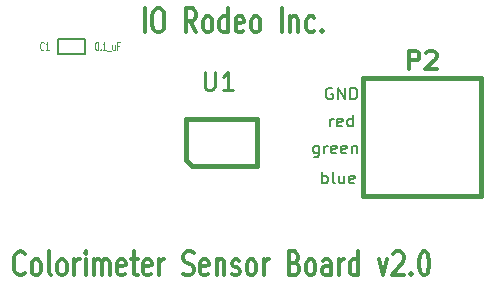
<source format=gto>
G04 (created by PCBNEW-RS274X (2011-07-19)-testing) date Fri 10 Feb 2012 12:48:48 PM PST*
G01*
G70*
G90*
%MOIN*%
G04 Gerber Fmt 3.4, Leading zero omitted, Abs format*
%FSLAX34Y34*%
G04 APERTURE LIST*
%ADD10C,0.006000*%
%ADD11C,0.007900*%
%ADD12C,0.012000*%
%ADD13C,0.015000*%
%ADD14C,0.005000*%
%ADD15C,0.009800*%
%ADD16C,0.004500*%
G04 APERTURE END LIST*
G54D10*
G54D11*
X62366Y-26359D02*
X62366Y-25965D01*
X62366Y-26116D02*
X62403Y-26097D01*
X62478Y-26097D01*
X62516Y-26116D01*
X62535Y-26134D01*
X62553Y-26172D01*
X62553Y-26284D01*
X62535Y-26322D01*
X62516Y-26341D01*
X62478Y-26359D01*
X62403Y-26359D01*
X62366Y-26341D01*
X62778Y-26359D02*
X62741Y-26341D01*
X62722Y-26303D01*
X62722Y-25965D01*
X63097Y-26097D02*
X63097Y-26359D01*
X62928Y-26097D02*
X62928Y-26303D01*
X62947Y-26341D01*
X62984Y-26359D01*
X63040Y-26359D01*
X63078Y-26341D01*
X63097Y-26322D01*
X63434Y-26341D02*
X63396Y-26359D01*
X63321Y-26359D01*
X63284Y-26341D01*
X63265Y-26303D01*
X63265Y-26153D01*
X63284Y-26116D01*
X63321Y-26097D01*
X63396Y-26097D01*
X63434Y-26116D01*
X63453Y-26153D01*
X63453Y-26191D01*
X63265Y-26228D01*
X62247Y-25097D02*
X62247Y-25416D01*
X62228Y-25453D01*
X62209Y-25472D01*
X62172Y-25491D01*
X62115Y-25491D01*
X62078Y-25472D01*
X62247Y-25341D02*
X62209Y-25359D01*
X62134Y-25359D01*
X62097Y-25341D01*
X62078Y-25322D01*
X62059Y-25284D01*
X62059Y-25172D01*
X62078Y-25134D01*
X62097Y-25116D01*
X62134Y-25097D01*
X62209Y-25097D01*
X62247Y-25116D01*
X62434Y-25359D02*
X62434Y-25097D01*
X62434Y-25172D02*
X62453Y-25134D01*
X62471Y-25116D01*
X62509Y-25097D01*
X62546Y-25097D01*
X62828Y-25341D02*
X62790Y-25359D01*
X62715Y-25359D01*
X62678Y-25341D01*
X62659Y-25303D01*
X62659Y-25153D01*
X62678Y-25116D01*
X62715Y-25097D01*
X62790Y-25097D01*
X62828Y-25116D01*
X62847Y-25153D01*
X62847Y-25191D01*
X62659Y-25228D01*
X63166Y-25341D02*
X63128Y-25359D01*
X63053Y-25359D01*
X63016Y-25341D01*
X62997Y-25303D01*
X62997Y-25153D01*
X63016Y-25116D01*
X63053Y-25097D01*
X63128Y-25097D01*
X63166Y-25116D01*
X63185Y-25153D01*
X63185Y-25191D01*
X62997Y-25228D01*
X63354Y-25097D02*
X63354Y-25359D01*
X63354Y-25134D02*
X63373Y-25116D01*
X63410Y-25097D01*
X63466Y-25097D01*
X63504Y-25116D01*
X63523Y-25153D01*
X63523Y-25359D01*
X62625Y-24459D02*
X62625Y-24197D01*
X62625Y-24272D02*
X62644Y-24234D01*
X62662Y-24216D01*
X62700Y-24197D01*
X62737Y-24197D01*
X63019Y-24441D02*
X62981Y-24459D01*
X62906Y-24459D01*
X62869Y-24441D01*
X62850Y-24403D01*
X62850Y-24253D01*
X62869Y-24216D01*
X62906Y-24197D01*
X62981Y-24197D01*
X63019Y-24216D01*
X63038Y-24253D01*
X63038Y-24291D01*
X62850Y-24328D01*
X63376Y-24459D02*
X63376Y-24065D01*
X63376Y-24441D02*
X63338Y-24459D01*
X63263Y-24459D01*
X63226Y-24441D01*
X63207Y-24422D01*
X63188Y-24384D01*
X63188Y-24272D01*
X63207Y-24234D01*
X63226Y-24216D01*
X63263Y-24197D01*
X63338Y-24197D01*
X63376Y-24216D01*
X62700Y-23184D02*
X62663Y-23165D01*
X62606Y-23165D01*
X62550Y-23184D01*
X62513Y-23222D01*
X62494Y-23259D01*
X62475Y-23334D01*
X62475Y-23391D01*
X62494Y-23466D01*
X62513Y-23503D01*
X62550Y-23541D01*
X62606Y-23559D01*
X62644Y-23559D01*
X62700Y-23541D01*
X62719Y-23522D01*
X62719Y-23391D01*
X62644Y-23391D01*
X62888Y-23559D02*
X62888Y-23165D01*
X63113Y-23559D01*
X63113Y-23165D01*
X63301Y-23559D02*
X63301Y-23165D01*
X63395Y-23165D01*
X63451Y-23184D01*
X63488Y-23222D01*
X63507Y-23259D01*
X63526Y-23334D01*
X63526Y-23391D01*
X63507Y-23466D01*
X63488Y-23503D01*
X63451Y-23541D01*
X63395Y-23559D01*
X63301Y-23559D01*
G54D12*
X56443Y-21324D02*
X56443Y-20524D01*
X56843Y-20524D02*
X56957Y-20524D01*
X57015Y-20562D01*
X57072Y-20638D01*
X57100Y-20790D01*
X57100Y-21057D01*
X57072Y-21210D01*
X57015Y-21286D01*
X56957Y-21324D01*
X56843Y-21324D01*
X56786Y-21286D01*
X56729Y-21210D01*
X56700Y-21057D01*
X56700Y-20790D01*
X56729Y-20638D01*
X56786Y-20562D01*
X56843Y-20524D01*
X58158Y-21324D02*
X57958Y-20943D01*
X57815Y-21324D02*
X57815Y-20524D01*
X58043Y-20524D01*
X58101Y-20562D01*
X58129Y-20600D01*
X58158Y-20676D01*
X58158Y-20790D01*
X58129Y-20867D01*
X58101Y-20905D01*
X58043Y-20943D01*
X57815Y-20943D01*
X58501Y-21324D02*
X58443Y-21286D01*
X58415Y-21248D01*
X58386Y-21171D01*
X58386Y-20943D01*
X58415Y-20867D01*
X58443Y-20829D01*
X58501Y-20790D01*
X58586Y-20790D01*
X58643Y-20829D01*
X58672Y-20867D01*
X58701Y-20943D01*
X58701Y-21171D01*
X58672Y-21248D01*
X58643Y-21286D01*
X58586Y-21324D01*
X58501Y-21324D01*
X59215Y-21324D02*
X59215Y-20524D01*
X59215Y-21286D02*
X59158Y-21324D01*
X59044Y-21324D01*
X58986Y-21286D01*
X58958Y-21248D01*
X58929Y-21171D01*
X58929Y-20943D01*
X58958Y-20867D01*
X58986Y-20829D01*
X59044Y-20790D01*
X59158Y-20790D01*
X59215Y-20829D01*
X59729Y-21286D02*
X59672Y-21324D01*
X59558Y-21324D01*
X59501Y-21286D01*
X59472Y-21210D01*
X59472Y-20905D01*
X59501Y-20829D01*
X59558Y-20790D01*
X59672Y-20790D01*
X59729Y-20829D01*
X59758Y-20905D01*
X59758Y-20981D01*
X59472Y-21057D01*
X60101Y-21324D02*
X60043Y-21286D01*
X60015Y-21248D01*
X59986Y-21171D01*
X59986Y-20943D01*
X60015Y-20867D01*
X60043Y-20829D01*
X60101Y-20790D01*
X60186Y-20790D01*
X60243Y-20829D01*
X60272Y-20867D01*
X60301Y-20943D01*
X60301Y-21171D01*
X60272Y-21248D01*
X60243Y-21286D01*
X60186Y-21324D01*
X60101Y-21324D01*
X61015Y-21324D02*
X61015Y-20524D01*
X61301Y-20790D02*
X61301Y-21324D01*
X61301Y-20867D02*
X61329Y-20829D01*
X61387Y-20790D01*
X61472Y-20790D01*
X61529Y-20829D01*
X61558Y-20905D01*
X61558Y-21324D01*
X62101Y-21286D02*
X62044Y-21324D01*
X61930Y-21324D01*
X61872Y-21286D01*
X61844Y-21248D01*
X61815Y-21171D01*
X61815Y-20943D01*
X61844Y-20867D01*
X61872Y-20829D01*
X61930Y-20790D01*
X62044Y-20790D01*
X62101Y-20829D01*
X62358Y-21248D02*
X62386Y-21286D01*
X62358Y-21324D01*
X62329Y-21286D01*
X62358Y-21248D01*
X62358Y-21324D01*
X52445Y-29348D02*
X52416Y-29386D01*
X52330Y-29424D01*
X52273Y-29424D01*
X52188Y-29386D01*
X52130Y-29310D01*
X52102Y-29233D01*
X52073Y-29081D01*
X52073Y-28967D01*
X52102Y-28814D01*
X52130Y-28738D01*
X52188Y-28662D01*
X52273Y-28624D01*
X52330Y-28624D01*
X52416Y-28662D01*
X52445Y-28700D01*
X52788Y-29424D02*
X52730Y-29386D01*
X52702Y-29348D01*
X52673Y-29271D01*
X52673Y-29043D01*
X52702Y-28967D01*
X52730Y-28929D01*
X52788Y-28890D01*
X52873Y-28890D01*
X52930Y-28929D01*
X52959Y-28967D01*
X52988Y-29043D01*
X52988Y-29271D01*
X52959Y-29348D01*
X52930Y-29386D01*
X52873Y-29424D01*
X52788Y-29424D01*
X53331Y-29424D02*
X53273Y-29386D01*
X53245Y-29310D01*
X53245Y-28624D01*
X53645Y-29424D02*
X53587Y-29386D01*
X53559Y-29348D01*
X53530Y-29271D01*
X53530Y-29043D01*
X53559Y-28967D01*
X53587Y-28929D01*
X53645Y-28890D01*
X53730Y-28890D01*
X53787Y-28929D01*
X53816Y-28967D01*
X53845Y-29043D01*
X53845Y-29271D01*
X53816Y-29348D01*
X53787Y-29386D01*
X53730Y-29424D01*
X53645Y-29424D01*
X54102Y-29424D02*
X54102Y-28890D01*
X54102Y-29043D02*
X54130Y-28967D01*
X54159Y-28929D01*
X54216Y-28890D01*
X54273Y-28890D01*
X54473Y-29424D02*
X54473Y-28890D01*
X54473Y-28624D02*
X54444Y-28662D01*
X54473Y-28700D01*
X54501Y-28662D01*
X54473Y-28624D01*
X54473Y-28700D01*
X54759Y-29424D02*
X54759Y-28890D01*
X54759Y-28967D02*
X54787Y-28929D01*
X54845Y-28890D01*
X54930Y-28890D01*
X54987Y-28929D01*
X55016Y-29005D01*
X55016Y-29424D01*
X55016Y-29005D02*
X55045Y-28929D01*
X55102Y-28890D01*
X55187Y-28890D01*
X55245Y-28929D01*
X55273Y-29005D01*
X55273Y-29424D01*
X55787Y-29386D02*
X55730Y-29424D01*
X55616Y-29424D01*
X55559Y-29386D01*
X55530Y-29310D01*
X55530Y-29005D01*
X55559Y-28929D01*
X55616Y-28890D01*
X55730Y-28890D01*
X55787Y-28929D01*
X55816Y-29005D01*
X55816Y-29081D01*
X55530Y-29157D01*
X55987Y-28890D02*
X56216Y-28890D01*
X56073Y-28624D02*
X56073Y-29310D01*
X56101Y-29386D01*
X56159Y-29424D01*
X56216Y-29424D01*
X56644Y-29386D02*
X56587Y-29424D01*
X56473Y-29424D01*
X56416Y-29386D01*
X56387Y-29310D01*
X56387Y-29005D01*
X56416Y-28929D01*
X56473Y-28890D01*
X56587Y-28890D01*
X56644Y-28929D01*
X56673Y-29005D01*
X56673Y-29081D01*
X56387Y-29157D01*
X56930Y-29424D02*
X56930Y-28890D01*
X56930Y-29043D02*
X56958Y-28967D01*
X56987Y-28929D01*
X57044Y-28890D01*
X57101Y-28890D01*
X57729Y-29386D02*
X57815Y-29424D01*
X57958Y-29424D01*
X58015Y-29386D01*
X58044Y-29348D01*
X58072Y-29271D01*
X58072Y-29195D01*
X58044Y-29119D01*
X58015Y-29081D01*
X57958Y-29043D01*
X57844Y-29005D01*
X57786Y-28967D01*
X57758Y-28929D01*
X57729Y-28852D01*
X57729Y-28776D01*
X57758Y-28700D01*
X57786Y-28662D01*
X57844Y-28624D01*
X57986Y-28624D01*
X58072Y-28662D01*
X58557Y-29386D02*
X58500Y-29424D01*
X58386Y-29424D01*
X58329Y-29386D01*
X58300Y-29310D01*
X58300Y-29005D01*
X58329Y-28929D01*
X58386Y-28890D01*
X58500Y-28890D01*
X58557Y-28929D01*
X58586Y-29005D01*
X58586Y-29081D01*
X58300Y-29157D01*
X58843Y-28890D02*
X58843Y-29424D01*
X58843Y-28967D02*
X58871Y-28929D01*
X58929Y-28890D01*
X59014Y-28890D01*
X59071Y-28929D01*
X59100Y-29005D01*
X59100Y-29424D01*
X59357Y-29386D02*
X59414Y-29424D01*
X59529Y-29424D01*
X59586Y-29386D01*
X59614Y-29310D01*
X59614Y-29271D01*
X59586Y-29195D01*
X59529Y-29157D01*
X59443Y-29157D01*
X59386Y-29119D01*
X59357Y-29043D01*
X59357Y-29005D01*
X59386Y-28929D01*
X59443Y-28890D01*
X59529Y-28890D01*
X59586Y-28929D01*
X59958Y-29424D02*
X59900Y-29386D01*
X59872Y-29348D01*
X59843Y-29271D01*
X59843Y-29043D01*
X59872Y-28967D01*
X59900Y-28929D01*
X59958Y-28890D01*
X60043Y-28890D01*
X60100Y-28929D01*
X60129Y-28967D01*
X60158Y-29043D01*
X60158Y-29271D01*
X60129Y-29348D01*
X60100Y-29386D01*
X60043Y-29424D01*
X59958Y-29424D01*
X60415Y-29424D02*
X60415Y-28890D01*
X60415Y-29043D02*
X60443Y-28967D01*
X60472Y-28929D01*
X60529Y-28890D01*
X60586Y-28890D01*
X61443Y-29005D02*
X61529Y-29043D01*
X61557Y-29081D01*
X61586Y-29157D01*
X61586Y-29271D01*
X61557Y-29348D01*
X61529Y-29386D01*
X61471Y-29424D01*
X61243Y-29424D01*
X61243Y-28624D01*
X61443Y-28624D01*
X61500Y-28662D01*
X61529Y-28700D01*
X61557Y-28776D01*
X61557Y-28852D01*
X61529Y-28929D01*
X61500Y-28967D01*
X61443Y-29005D01*
X61243Y-29005D01*
X61929Y-29424D02*
X61871Y-29386D01*
X61843Y-29348D01*
X61814Y-29271D01*
X61814Y-29043D01*
X61843Y-28967D01*
X61871Y-28929D01*
X61929Y-28890D01*
X62014Y-28890D01*
X62071Y-28929D01*
X62100Y-28967D01*
X62129Y-29043D01*
X62129Y-29271D01*
X62100Y-29348D01*
X62071Y-29386D01*
X62014Y-29424D01*
X61929Y-29424D01*
X62643Y-29424D02*
X62643Y-29005D01*
X62614Y-28929D01*
X62557Y-28890D01*
X62443Y-28890D01*
X62386Y-28929D01*
X62643Y-29386D02*
X62586Y-29424D01*
X62443Y-29424D01*
X62386Y-29386D01*
X62357Y-29310D01*
X62357Y-29233D01*
X62386Y-29157D01*
X62443Y-29119D01*
X62586Y-29119D01*
X62643Y-29081D01*
X62929Y-29424D02*
X62929Y-28890D01*
X62929Y-29043D02*
X62957Y-28967D01*
X62986Y-28929D01*
X63043Y-28890D01*
X63100Y-28890D01*
X63557Y-29424D02*
X63557Y-28624D01*
X63557Y-29386D02*
X63500Y-29424D01*
X63386Y-29424D01*
X63328Y-29386D01*
X63300Y-29348D01*
X63271Y-29271D01*
X63271Y-29043D01*
X63300Y-28967D01*
X63328Y-28929D01*
X63386Y-28890D01*
X63500Y-28890D01*
X63557Y-28929D01*
X64243Y-28890D02*
X64386Y-29424D01*
X64528Y-28890D01*
X64728Y-28700D02*
X64757Y-28662D01*
X64814Y-28624D01*
X64957Y-28624D01*
X65014Y-28662D01*
X65043Y-28700D01*
X65071Y-28776D01*
X65071Y-28852D01*
X65043Y-28967D01*
X64700Y-29424D01*
X65071Y-29424D01*
X65328Y-29348D02*
X65356Y-29386D01*
X65328Y-29424D01*
X65299Y-29386D01*
X65328Y-29348D01*
X65328Y-29424D01*
X65728Y-28624D02*
X65785Y-28624D01*
X65842Y-28662D01*
X65871Y-28700D01*
X65900Y-28776D01*
X65928Y-28929D01*
X65928Y-29119D01*
X65900Y-29271D01*
X65871Y-29348D01*
X65842Y-29386D01*
X65785Y-29424D01*
X65728Y-29424D01*
X65671Y-29386D01*
X65642Y-29348D01*
X65614Y-29271D01*
X65585Y-29119D01*
X65585Y-28929D01*
X65614Y-28776D01*
X65642Y-28700D01*
X65671Y-28662D01*
X65728Y-28624D01*
G54D13*
X60181Y-25787D02*
X58016Y-25787D01*
X58016Y-25787D02*
X57819Y-25591D01*
X57819Y-25591D02*
X57819Y-24213D01*
X57819Y-24213D02*
X60181Y-24213D01*
X60181Y-24213D02*
X60181Y-25787D01*
G54D14*
X53547Y-21550D02*
X54447Y-21550D01*
X54447Y-21550D02*
X54447Y-22050D01*
X54447Y-22050D02*
X53547Y-22050D01*
X53547Y-22050D02*
X53547Y-21550D01*
G54D13*
X63731Y-26769D02*
X63731Y-22831D01*
X63731Y-22831D02*
X67669Y-22831D01*
X67669Y-22831D02*
X67669Y-26769D01*
X67669Y-26769D02*
X63731Y-26769D01*
G54D15*
X58441Y-22635D02*
X58441Y-23121D01*
X58469Y-23178D01*
X58498Y-23206D01*
X58555Y-23235D01*
X58669Y-23235D01*
X58727Y-23206D01*
X58755Y-23178D01*
X58784Y-23121D01*
X58784Y-22635D01*
X59384Y-23235D02*
X59041Y-23235D01*
X59213Y-23235D02*
X59213Y-22635D01*
X59156Y-22721D01*
X59098Y-22778D01*
X59041Y-22806D01*
G54D16*
X53071Y-21887D02*
X53062Y-21900D01*
X53036Y-21913D01*
X53019Y-21913D01*
X52994Y-21900D01*
X52976Y-21873D01*
X52968Y-21847D01*
X52959Y-21793D01*
X52959Y-21753D01*
X52968Y-21700D01*
X52976Y-21673D01*
X52994Y-21647D01*
X53019Y-21633D01*
X53036Y-21633D01*
X53062Y-21647D01*
X53071Y-21660D01*
X53242Y-21913D02*
X53139Y-21913D01*
X53191Y-21913D02*
X53191Y-21633D01*
X53174Y-21673D01*
X53156Y-21700D01*
X53139Y-21713D01*
X54836Y-21633D02*
X54853Y-21633D01*
X54870Y-21647D01*
X54879Y-21660D01*
X54888Y-21687D01*
X54896Y-21740D01*
X54896Y-21807D01*
X54888Y-21860D01*
X54879Y-21887D01*
X54870Y-21900D01*
X54853Y-21913D01*
X54836Y-21913D01*
X54819Y-21900D01*
X54810Y-21887D01*
X54802Y-21860D01*
X54793Y-21807D01*
X54793Y-21740D01*
X54802Y-21687D01*
X54810Y-21660D01*
X54819Y-21647D01*
X54836Y-21633D01*
X54973Y-21887D02*
X54981Y-21900D01*
X54973Y-21913D01*
X54964Y-21900D01*
X54973Y-21887D01*
X54973Y-21913D01*
X55153Y-21913D02*
X55050Y-21913D01*
X55102Y-21913D02*
X55102Y-21633D01*
X55085Y-21673D01*
X55067Y-21700D01*
X55050Y-21713D01*
X55187Y-21940D02*
X55324Y-21940D01*
X55444Y-21727D02*
X55444Y-21913D01*
X55367Y-21727D02*
X55367Y-21873D01*
X55375Y-21900D01*
X55393Y-21913D01*
X55418Y-21913D01*
X55435Y-21900D01*
X55444Y-21887D01*
X55590Y-21767D02*
X55530Y-21767D01*
X55530Y-21913D02*
X55530Y-21633D01*
X55616Y-21633D01*
G54D12*
X65258Y-22543D02*
X65258Y-21943D01*
X65486Y-21943D01*
X65544Y-21971D01*
X65572Y-22000D01*
X65601Y-22057D01*
X65601Y-22143D01*
X65572Y-22200D01*
X65544Y-22229D01*
X65486Y-22257D01*
X65258Y-22257D01*
X65829Y-22000D02*
X65858Y-21971D01*
X65915Y-21943D01*
X66058Y-21943D01*
X66115Y-21971D01*
X66144Y-22000D01*
X66172Y-22057D01*
X66172Y-22114D01*
X66144Y-22200D01*
X65801Y-22543D01*
X66172Y-22543D01*
M02*

</source>
